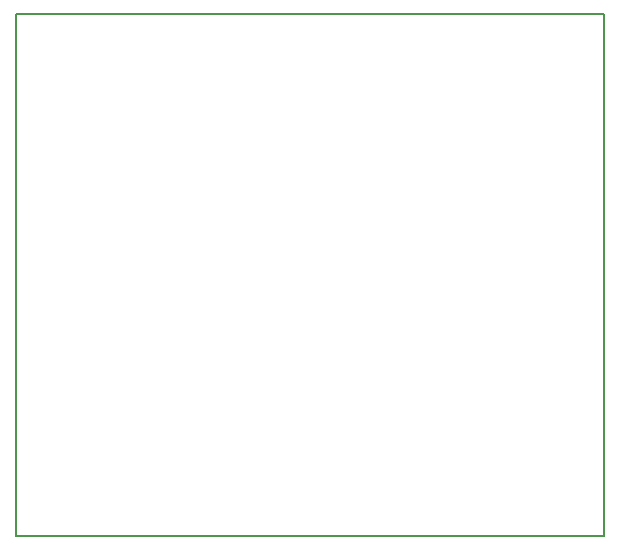
<source format=gm1>
G04 MADE WITH FRITZING*
G04 WWW.FRITZING.ORG*
G04 DOUBLE SIDED*
G04 HOLES PLATED*
G04 CONTOUR ON CENTER OF CONTOUR VECTOR*
%ASAXBY*%
%FSLAX23Y23*%
%MOIN*%
%OFA0B0*%
%SFA1.0B1.0*%
%ADD10R,1.968500X1.746800*%
%ADD11C,0.008000*%
%ADD10C,0.008*%
%LNCONTOUR*%
G90*
G70*
G54D10*
G54D11*
X4Y1743D02*
X1965Y1743D01*
X1965Y4D01*
X4Y4D01*
X4Y1743D01*
D02*
G04 End of contour*
M02*
</source>
